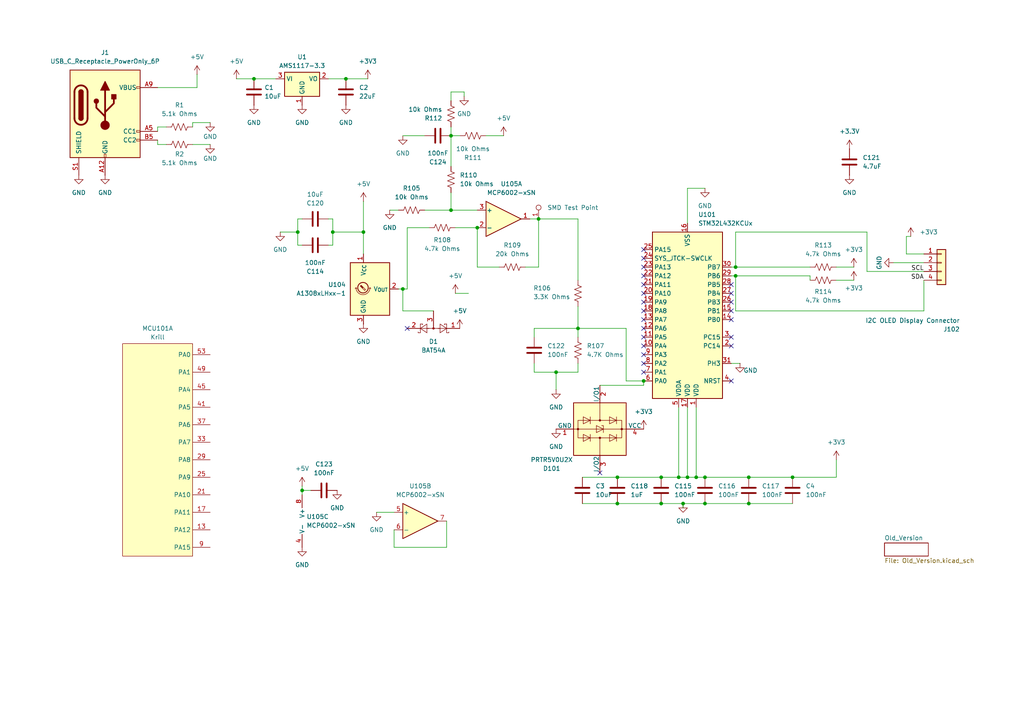
<source format=kicad_sch>
(kicad_sch (version 20250114) (generator "eeschema") (generator_version "9.0")
  (paper "A4")
  (lib_symbols
    (symbol "Amplifier_Operational:MCP6002-xSN" (pin_names (offset 0.127))
      (property "Reference" "U" (at 0 5.08 0))
      (property "Value" "MCP6002-xSN" (at 0 -5.08 0))
      (symbol "MCP6002-xSN_1_1"
        (polyline (pts (xy -5.08 5.08) (xy 5.08 0) (xy -5.08 -5.08) (xy -5.08 5.08)) (stroke (width 0.254)) (fill (type background)))
        (pin input line (at -7.62 2.54 0) (length 2.54) (name "+") (number "3"))
        (pin input line (at -7.62 -2.54 0) (length 2.54) (name "-") (number "2"))
        (pin output line (at 7.62 0 180) (length 2.54) (name "~") (number "1"))
      )
      (symbol "MCP6002-xSN_2_1"
        (polyline (pts (xy -5.08 5.08) (xy 5.08 0) (xy -5.08 -5.08) (xy -5.08 5.08)) (stroke (width 0.254)) (fill (type background)))
        (pin input line (at -7.62 2.54 0) (length 2.54) (name "+") (number "5"))
        (pin input line (at -7.62 -2.54 0) (length 2.54) (name "-") (number "6"))
        (pin output line (at 7.62 0 180) (length 2.54) (name "~") (number "7"))
      )
      (symbol "MCP6002-xSN_3_1"
        (pin power_in line (at -2.54 7.62 270) (length 3.81) (name "V+") (number "8"))
        (pin power_in line (at -2.54 -7.62 90) (length 3.81) (name "V-") (number "4"))
      )
    )
    (symbol "Connector:USB_C_Receptacle_PowerOnly_6P" (pin_names (offset 1.016))
      (property "Reference" "J" (at 0 16.51 0))
      (property "Value" "USB_C_Receptacle_PowerOnly_6P" (at 0 13.97 0))
      (symbol "USB_C_Receptacle_PowerOnly_6P_0_0"
        (rectangle (start -0.254 -12.7) (end 0.254 -11.684))
        (rectangle (start 10.16 7.874) (end 9.144 7.366))
        (rectangle (start 10.16 -4.826) (end 9.144 -5.334))
        (rectangle (start 10.16 -7.366) (end 9.144 -7.874))
      )
      (symbol "USB_C_Receptacle_PowerOnly_6P_0_1"
        (rectangle (start -10.16 12.7) (end 10.16 -12.7) (stroke (width 0.254)) (fill (type background)))
        (polyline (pts (xy -8.89 -1.27) (xy -8.89 6.35)) (stroke (width 0.508)))
        (rectangle (start -7.62 -1.27) (end -6.35 6.35) (stroke (width 0.254)) (fill (type outline)))
        (arc (start -7.62 6.35) (mid -6.985 6.9823) (end -6.35 6.35) (stroke (width 0.254)))
        (arc (start -7.62 6.35) (mid -6.985 6.9823) (end -6.35 6.35) (stroke (width 0.254)) (fill (type outline)))
        (arc (start -8.89 6.35) (mid -6.985 8.2467) (end -5.08 6.35) (stroke (width 0.508)))
        (arc (start -5.08 -1.27) (mid -6.985 -3.1667) (end -8.89 -1.27) (stroke (width 0.508)))
        (arc (start -6.35 -1.27) (mid -6.985 -1.9023) (end -7.62 -1.27) (stroke (width 0.254)))
        (arc (start -6.35 -1.27) (mid -6.985 -1.9023) (end -7.62 -1.27) (stroke (width 0.254)) (fill (type outline)))
        (polyline (pts (xy -5.08 6.35) (xy -5.08 -1.27)) (stroke (width 0.508)))
        (circle (center -2.54 3.683) (radius 0.635) (stroke (width 0.254)) (fill (type outline)))
        (polyline (pts (xy -1.27 6.858) (xy 0 9.398) (xy 1.27 6.858) (xy -1.27 6.858)) (stroke (width 0.254)) (fill (type outline)))
        (polyline (pts (xy 0 0.508) (xy 2.54 3.048) (xy 2.54 4.318)) (stroke (width 0.508)))
        (polyline (pts (xy 0 -0.762) (xy -2.54 1.778) (xy -2.54 3.048)) (stroke (width 0.508)))
        (polyline (pts (xy 0 -3.302) (xy 0 6.858)) (stroke (width 0.508)))
        (circle (center 0 -3.302) (radius 1.27) (fill (type outline)))
        (rectangle (start 1.905 4.318) (end 3.175 5.588) (stroke (width 0.254)) (fill (type outline)))
      )
      (symbol "USB_C_Receptacle_PowerOnly_6P_1_1"
        (pin passive line (at -7.62 -17.78 90) (length 5.08) (name "SHIELD") (number "S1"))
        (pin passive line (at 0 -17.78 90) (length 5.08) (name "GND") (number "A12"))
        (pin passive line (at 0 -17.78 90) (length 5.08) (hide yes) (name "GND") (number "B12"))
        (pin passive line (at 15.24 7.62 180) (length 5.08) (name "VBUS") (number "A9"))
        (pin passive line (at 15.24 7.62 180) (length 5.08) (hide yes) (name "VBUS") (number "B9"))
        (pin bidirectional line (at 15.24 -5.08 180) (length 5.08) (name "CC1") (number "A5"))
        (pin bidirectional line (at 15.24 -7.62 180) (length 5.08) (name "CC2") (number "B5"))
      )
    )
    (symbol "Connector_Generic:Conn_01x04" (pin_names (offset 1.016) (hide yes))
      (property "Reference" "J" (at 0 5.08 0))
      (property "Value" "Conn_01x04" (at 0 -7.62 0))
      (symbol "Conn_01x04_1_1"
        (rectangle (start -1.27 3.81) (end 1.27 -6.35) (stroke (width 0.254)) (fill (type background)))
        (rectangle (start -1.27 2.667) (end 0 2.413) (stroke (width 0.1524)))
        (rectangle (start -1.27 0.127) (end 0 -0.127) (stroke (width 0.1524)))
        (rectangle (start -1.27 -2.413) (end 0 -2.667) (stroke (width 0.1524)))
        (rectangle (start -1.27 -4.953) (end 0 -5.207) (stroke (width 0.1524)))
        (pin passive line (at -5.08 2.54 0) (length 3.81) (name "Pin_1") (number "1"))
        (pin passive line (at -5.08 0 0) (length 3.81) (name "Pin_2") (number "2"))
        (pin passive line (at -5.08 -2.54 0) (length 3.81) (name "Pin_3") (number "3"))
        (pin passive line (at -5.08 -5.08 0) (length 3.81) (name "Pin_4") (number "4"))
      )
    )
    (symbol "Device:C" (pin_numbers (hide yes)) (pin_names (offset 0.254))
      (property "Reference" "C" (at 0.635 2.54 0))
      (property "Value" "C" (at 0.635 -2.54 0))
      (symbol "C_0_1"
        (polyline (pts (xy -2.032 0.762) (xy 2.032 0.762)) (stroke (width 0.508)))
        (polyline (pts (xy -2.032 -0.762) (xy 2.032 -0.762)) (stroke (width 0.508)))
      )
      (symbol "C_1_1"
        (pin passive line (at 0 3.81 270) (length 2.794) (name "~") (number "1"))
        (pin passive line (at 0 -3.81 90) (length 2.794) (name "~") (number "2"))
      )
    )
    (symbol "Device:R_US" (pin_numbers (hide yes)) (pin_names (offset 0))
      (property "Reference" "R" (at 2.54 0 90))
      (property "Value" "R_US" (at -2.54 0 90))
      (symbol "R_US_0_1"
        (polyline (pts (xy 0 2.286) (xy 0 2.54)))
        (polyline (pts (xy 0 2.286) (xy 1.016 1.905) (xy 0 1.524) (xy -1.016 1.143) (xy 0 0.762)))
        (polyline (pts (xy 0 0.762) (xy 1.016 0.381) (xy 0 0) (xy -1.016 -0.381) (xy 0 -0.762)))
        (polyline (pts (xy 0 -0.762) (xy 1.016 -1.143) (xy 0 -1.524) (xy -1.016 -1.905) (xy 0 -2.286)))
        (polyline (pts (xy 0 -2.286) (xy 0 -2.54)))
      )
      (symbol "R_US_1_1"
        (pin passive line (at 0 3.81 270) (length 1.27) (name "~") (number "1"))
        (pin passive line (at 0 -3.81 90) (length 1.27) (name "~") (number "2"))
      )
    )
    (symbol "Diode:BAT54A" (pin_names (offset 1.016))
      (property "Reference" "D" (at 0.635 -3.81 0))
      (property "Value" "BAT54A" (at -6.35 3.175 0))
      (symbol "BAT54A_0_1"
        (polyline (pts (xy -4.445 1.27) (xy -4.445 1.016)))
        (polyline (pts (xy -3.81 1.27) (xy -4.445 1.27)))
        (polyline (pts (xy -3.81 0) (xy -1.27 0)))
        (polyline (pts (xy -3.81 -1.27) (xy -3.81 1.27)))
        (polyline (pts (xy -3.81 -1.27) (xy -3.175 -1.27)))
        (polyline (pts (xy -3.175 -1.27) (xy -3.175 -1.016)))
        (polyline (pts (xy -1.905 1.27) (xy -1.905 -1.27) (xy -3.81 0) (xy -1.905 1.27)))
        (polyline (pts (xy -1.905 0) (xy 1.905 0)))
        (circle (center 0 0) (radius 0.254) (fill (type outline)))
        (polyline (pts (xy 1.27 0) (xy 3.81 0)))
        (polyline (pts (xy 1.905 1.27) (xy 1.905 -1.27) (xy 3.81 0) (xy 1.905 1.27)))
        (polyline (pts (xy 3.175 -1.27) (xy 3.175 -1.016)))
        (polyline (pts (xy 3.81 1.27) (xy 4.445 1.27)))
        (polyline (pts (xy 3.81 -1.27) (xy 3.175 -1.27)))
        (polyline (pts (xy 3.81 -1.27) (xy 3.81 1.27)))
        (polyline (pts (xy 4.445 1.27) (xy 4.445 1.016)))
      )
      (symbol "BAT54A_1_1"
        (pin passive line (at -7.62 0 0) (length 3.81) (name "~") (number "1"))
        (pin passive line (at 0 -5.08 90) (length 5.08) (name "~") (number "3"))
        (pin passive line (at 7.62 0 180) (length 3.81) (name "~") (number "2"))
      )
    )
    (symbol "MCU_ST_STM32L4:STM32L432KCUx"
      (property "Reference" "U" (at -10.16 26.67 0))
      (property "Value" "STM32L432KCUx" (at 5.08 26.67 0))
      (symbol "STM32L432KCUx_0_1"
        (rectangle (start -10.16 -22.86) (end 10.16 25.4) (stroke (width 0.254)) (fill (type background)))
      )
      (symbol "STM32L432KCUx_1_1"
        (pin input line (at -12.7 20.32 0) (length 2.54) (name "NRST") (number "4"))
        (pin bidirectional line (at -12.7 15.24 0) (length 2.54) (name "PH3") (number "31"))
        (pin bidirectional line (at -12.7 10.16 0) (length 2.54) (name "PC14") (number "2"))
        (pin bidirectional line (at -12.7 7.62 0) (length 2.54) (name "PC15") (number "3"))
        (pin bidirectional line (at -12.7 2.54 0) (length 2.54) (name "PB0") (number "14"))
        (pin bidirectional line (at -12.7 0 0) (length 2.54) (name "PB1") (number "15"))
        (pin bidirectional line (at -12.7 -2.54 0) (length 2.54) (name "PB3") (number "26"))
        (pin bidirectional line (at -12.7 -5.08 0) (length 2.54) (name "PB4") (number "27"))
        (pin bidirectional line (at -12.7 -7.62 0) (length 2.54) (name "PB5") (number "28"))
        (pin bidirectional line (at -12.7 -10.16 0) (length 2.54) (name "PB6") (number "29"))
        (pin bidirectional line (at -12.7 -12.7 0) (length 2.54) (name "PB7") (number "30"))
        (pin power_in line (at -2.54 27.94 270) (length 2.54) (name "VDD") (number "1"))
        (pin power_in line (at 0 27.94 270) (length 2.54) (name "VDD") (number "17"))
        (pin power_in line (at 0 -25.4 90) (length 2.54) (name "VSS") (number "16"))
        (pin passive line (at 0 -25.4 90) (length 2.54) (hide yes) (name "VSS") (number "32"))
        (pin passive line (at 0 -25.4 90) (length 2.54) (hide yes) (name "VSS") (number "33"))
        (pin power_in line (at 2.54 27.94 270) (length 2.54) (name "VDDA") (number "5"))
        (pin bidirectional line (at 12.7 20.32 180) (length 2.54) (name "PA0") (number "6"))
        (pin bidirectional line (at 12.7 17.78 180) (length 2.54) (name "PA1") (number "7"))
        (pin bidirectional line (at 12.7 15.24 180) (length 2.54) (name "PA2") (number "8"))
        (pin bidirectional line (at 12.7 12.7 180) (length 2.54) (name "PA3") (number "9"))
        (pin bidirectional line (at 12.7 10.16 180) (length 2.54) (name "PA4") (number "10"))
        (pin bidirectional line (at 12.7 7.62 180) (length 2.54) (name "PA5") (number "11"))
        (pin bidirectional line (at 12.7 5.08 180) (length 2.54) (name "PA6") (number "12"))
        (pin bidirectional line (at 12.7 2.54 180) (length 2.54) (name "PA7") (number "13"))
        (pin bidirectional line (at 12.7 0 180) (length 2.54) (name "PA8") (number "18"))
        (pin bidirectional line (at 12.7 -2.54 180) (length 2.54) (name "PA9") (number "19"))
        (pin bidirectional line (at 12.7 -5.08 180) (length 2.54) (name "PA10") (number "20"))
        (pin bidirectional line (at 12.7 -7.62 180) (length 2.54) (name "PA11") (number "21"))
        (pin bidirectional line (at 12.7 -10.16 180) (length 2.54) (name "PA12") (number "22"))
        (pin bidirectional line (at 12.7 -12.7 180) (length 2.54) (name "PA13") (number "23"))
        (pin bidirectional line (at 12.7 -15.24 180) (length 2.54) (name "PA14") (number "24") (alternate "SYS_JTCK-SWCLK" bidirectional line))
        (pin bidirectional line (at 12.7 -17.78 180) (length 2.54) (name "PA15") (number "25"))
      )
    )
    (symbol "Power_Protection:PRTR5V0U2X" (pin_names (offset 0))
      (property "Reference" "D" (at 2.794 8.636 0))
      (property "Value" "PRTR5V0U2X" (at 8.128 -9.398 0))
      (symbol "PRTR5V0U2X_0_1"
        (rectangle (start -7.62 -7.62) (end 7.62 7.62) (stroke (width 0.254)) (fill (type background)))
        (polyline (pts (xy -3.556 2.794) (xy -1.524 2.794) (xy -2.54 4.826) (xy -3.556 2.794)))
        (polyline (pts (xy -3.556 -4.826) (xy -1.524 -4.826) (xy -2.54 -2.794) (xy -3.556 -4.826)))
        (rectangle (start -2.54 6.35) (end 2.54 -6.35))
        (circle (center -2.54 0) (radius 0.254) (fill (type outline)))
        (polyline (pts (xy -2.54 0) (xy -7.62 0)))
        (polyline (pts (xy -1.524 4.826) (xy -3.556 4.826)))
        (polyline (pts (xy -1.524 -2.794) (xy -3.556 -2.794)))
        (polyline (pts (xy -1.016 -1.016) (xy 1.016 -1.016) (xy 0 1.016) (xy -1.016 -1.016)))
        (circle (center 0 6.35) (radius 0.254) (fill (type outline)))
        (circle (center 0 -6.35) (radius 0.254) (fill (type outline)))
        (polyline (pts (xy 0 -7.62) (xy 0 7.62)))
        (polyline (pts (xy 1.016 1.016) (xy -1.016 1.016) (xy -1.016 0.508)))
        (polyline (pts (xy 1.524 4.826) (xy 3.556 4.826)))
        (polyline (pts (xy 1.524 -2.794) (xy 3.556 -2.794)))
        (polyline (pts (xy 2.54 0) (xy 7.62 0)))
        (circle (center 2.54 0) (radius 0.254) (fill (type outline)))
        (polyline (pts (xy 3.556 2.794) (xy 1.524 2.794) (xy 2.54 4.826) (xy 3.556 2.794)))
        (polyline (pts (xy 3.556 -4.826) (xy 1.524 -4.826) (xy 2.54 -2.794) (xy 3.556 -4.826)))
      )
      (symbol "PRTR5V0U2X_1_1"
        (pin passive line (at -12.7 0 0) (length 5.08) (name "I/O1") (number "2"))
        (pin passive line (at 0 12.7 270) (length 5.08) (name "VCC") (number "4"))
        (pin passive line (at 0 -12.7 90) (length 5.08) (name "GND") (number "1"))
        (pin passive line (at 12.7 0 180) (length 5.08) (name "I/O2") (number "3"))
      )
    )
    (symbol "Regulator_Linear:AMS1117-3.3"
      (property "Reference" "U" (at -3.81 3.175 0))
      (property "Value" "AMS1117-3.3" (at 0 3.175 0))
      (symbol "AMS1117-3.3_0_1"
        (rectangle (start -5.08 -5.08) (end 5.08 1.905) (stroke (width 0.254)) (fill (type background)))
      )
      (symbol "AMS1117-3.3_1_1"
        (pin power_in line (at -7.62 0 0) (length 2.54) (name "VI") (number "3"))
        (pin power_in line (at 0 -7.62 90) (length 2.54) (name "GND") (number "1"))
        (pin power_out line (at 7.62 0 180) (length 2.54) (name "VO") (number "2"))
      )
    )
    (symbol "Sensor_Magnetic:A1308xLHxx-1"
      (property "Reference" "U" (at 0 11.43 0))
      (property "Value" "A1308xLHxx-1" (at 0 8.89 0))
      (symbol "A1308xLHxx-1_0_1"
        (rectangle (start -6.35 7.62) (end 5.08 -7.62) (stroke (width 0.254)) (fill (type background)))
        (polyline (pts (xy -4.699 0.381) (xy -4.953 0.127)))
        (polyline (pts (xy -4.699 0.381) (xy -4.445 0.127)))
        (polyline (pts (xy -3.4544 0.8382) (xy -2.8702 0.254) (xy -2.6162 0.508) (xy -3.2004 1.0922) (xy -3.4544 0.8382)) (fill (type outline)))
        (arc (start -0.635 0.381) (mid -2.667 -1.651) (end -4.699 0.381))
        (polyline (pts (xy -0.635 0.381) (xy -0.889 0.127)))
        (polyline (pts (xy -0.635 0.381) (xy -0.381 0.127)))
      )
      (symbol "A1308xLHxx-1_1_1"
        (circle (center -2.667 0.381) (radius 1.524) (stroke (width 0.254)))
        (polyline (pts (xy -2.6162 0.508) (xy -1.9304 -0.1778) (xy -2.1844 -0.4318) (xy -2.8702 0.254)))
        (pin power_in line (at -2.54 10.16 270) (length 2.54) (name "V_{CC}") (number "1"))
        (pin power_in line (at -2.54 -10.16 90) (length 2.54) (name "GND") (number "3"))
        (pin output line (at 7.62 0 180) (length 2.54) (name "V_{OUT}") (number "2"))
      )
    )
    (symbol "bfr_microcontrollers:Krill"
      (property "Reference" "MCU" (at 0 20.32 0))
      (property "Value" "Krill" (at 0 17.78 0))
      (symbol "Krill_1_1"
        (rectangle (start -10.16 15.875) (end 10.16 -45.72) (fill (type background)))
        (pin bidirectional line (at 15.24 12.7 180) (length 5.08) (name "PA0") (number "53"))
        (pin bidirectional line (at 15.24 7.62 180) (length 5.08) (name "PA1") (number "49"))
        (pin bidirectional line (at 15.24 2.54 180) (length 5.08) (name "PA4") (number "45"))
        (pin bidirectional line (at 15.24 -2.54 180) (length 5.08) (name "PA5") (number "41"))
        (pin bidirectional line (at 15.24 -7.62 180) (length 5.08) (name "PA6") (number "37"))
        (pin bidirectional line (at 15.24 -12.7 180) (length 5.08) (name "PA7") (number "33"))
        (pin bidirectional line (at 15.24 -17.78 180) (length 5.08) (name "PA8") (number "29"))
        (pin bidirectional line (at 15.24 -22.86 180) (length 5.08) (name "PA9") (number "25"))
        (pin bidirectional line (at 15.24 -27.94 180) (length 5.08) (name "PA10") (number "21"))
        (pin bidirectional line (at 15.24 -33.02 180) (length 5.08) (name "PA11") (number "17"))
        (pin bidirectional line (at 15.24 -38.1 180) (length 5.08) (name "PA12") (number "13"))
        (pin bidirectional line (at 15.24 -43.18 180) (length 5.08) (name "PA15") (number "9"))
      )
      (symbol "Krill_2_1"
        (rectangle (start -11.43 15.875) (end 11.43 -45.72) (fill (type background)))
        (pin bidirectional line (at 16.51 12.7 180) (length 5.08) (name "PB0") (number "52"))
        (pin bidirectional line (at 16.51 7.62 180) (length 5.08) (name "PB1") (number "48"))
        (pin bidirectional line (at 16.51 2.54 180) (length 5.08) (name "PB2") (number "44"))
        (pin bidirectional line (at 16.51 -2.54 180) (length 5.08) (name "PB5") (number "8"))
        (pin bidirectional line (at 16.51 -7.62 180) (length 5.08) (name "PB6") (number "12"))
        (pin bidirectional line (at 16.51 -12.7 180) (length 5.08) (name "PB7") (number "16"))
        (pin bidirectional line (at 16.51 -17.78 180) (length 5.08) (name "PB10") (number "40"))
        (pin bidirectional line (at 16.51 -22.86 180) (length 5.08) (name "PB11") (number "36"))
        (pin bidirectional line (at 16.51 -27.94 180) (length 5.08) (name "PB12") (number "32"))
        (pin bidirectional line (at 16.51 -33.02 180) (length 5.08) (name "PB13") (number "28"))
        (pin bidirectional line (at 16.51 -38.1 180) (length 5.08) (name "PB14") (number "24"))
        (pin bidirectional line (at 16.51 -43.18 180) (length 5.08) (name "PB15") (number "20"))
      )
      (symbol "Krill_3_0"
        (pin bidirectional line (at 19.05 1.27 180) (length 5.08) (hide yes) (name "GND") (number "10"))
        (pin bidirectional line (at 19.05 1.27 180) (length 5.08) (hide yes) (name "GND") (number "11"))
        (pin bidirectional line (at 19.05 1.27 180) (length 5.08) (hide yes) (name "GND") (number "14"))
        (pin bidirectional line (at 19.05 1.27 180) (length 5.08) (hide yes) (name "GND") (number "15"))
        (pin bidirectional line (at 19.05 1.27 180) (length 5.08) (hide yes) (name "GND") (number "18"))
        (pin bidirectional line (at 19.05 1.27 180) (length 5.08) (hide yes) (name "GND") (number "19"))
        (pin bidirectional line (at 19.05 1.27 180) (length 5.08) (hide yes) (name "GND") (number "22"))
        (pin bidirectional line (at 19.05 1.27 180) (length 5.08) (hide yes) (name "GND") (number "23"))
        (pin bidirectional line (at 19.05 1.27 180) (length 5.08) (hide yes) (name "GND") (number "26"))
        (pin bidirectional line (at 19.05 1.27 180) (length 5.08) (hide yes) (name "GND") (number "27"))
        (pin bidirectional line (at 19.05 1.27 180) (length 5.08) (hide yes) (name "GND") (number "30"))
        (pin bidirectional line (at 19.05 1.27 180) (length 5.08) (hide yes) (name "GND") (number "31"))
        (pin bidirectional line (at 19.05 1.27 180) (length 5.08) (hide yes) (name "GND") (number "34"))
        (pin bidirectional line (at 19.05 1.27 180) (length 5.08) (hide yes) (name "GND") (number "35"))
        (pin bidirectional line (at 19.05 1.27 180) (length 5.08) (hide yes) (name "GND") (number "38"))
        (pin bidirectional line (at 19.05 1.27 180) (length 5.08) (hide yes) (name "GND") (number "39"))
        (pin bidirectional line (at 19.05 1.27 180) (length 5.08) (hide yes) (name "GND") (number "4"))
        (pin bidirectional line (at 19.05 1.27 180) (length 5.08) (hide yes) (name "GND") (number "42"))
        (pin bidirectional line (at 19.05 1.27 180) (length 5.08) (hide yes) (name "GND") (number "43"))
        (pin bidirectional line (at 19.05 1.27 180) (length 5.08) (hide yes) (name "GND") (number "46"))
        (pin bidirectional line (at 19.05 1.27 180) (length 5.08) (hide yes) (name "GND") (number "47"))
        (pin bidirectional line (at 19.05 1.27 180) (length 5.08) (hide yes) (name "GND") (number "5"))
        (pin bidirectional line (at 19.05 1.27 180) (length 5.08) (hide yes) (name "GND") (number "50"))
        (pin bidirectional line (at 19.05 1.27 180) (length 5.08) (hide yes) (name "GND") (number "51"))
        (pin bidirectional line (at 19.05 1.27 180) (length 5.08) (hide yes) (name "GND") (number "54"))
        (pin bidirectional line (at 19.05 1.27 180) (length 5.08) (hide yes) (name "GND") (number "55"))
        (pin bidirectional line (at 19.05 1.27 180) (length 5.08) (hide yes) (name "GND") (number "57"))
        (pin bidirectional line (at 19.05 1.27 180) (length 5.08) (hide yes) (name "GND") (number "6"))
        (pin bidirectional line (at 19.05 1.27 180) (length 5.08) (hide yes) (name "GND") (number "7"))
        (pin bidirectional line (at 19.05 1.27 180) (length 5.08) (hide yes) (name "GND") (number "73"))
        (pin bidirectional line (at 19.05 1.27 180) (length 5.08) (hide yes) (name "GND") (number "75"))
      )
      (symbol "Krill_3_1"
        (rectangle (start -13.97 15.875) (end 13.97 -15.875) (fill (type background)))
        (pin input line (at -19.05 11.43 0) (length 5.08) (name "3V3A") (number "70"))
        (pin input line (at -19.05 11.43 0) (length 5.08) (hide yes) (name "3V3A") (number "72"))
        (pin input line (at -19.05 11.43 0) (length 5.08) (hide yes) (name "3V3A") (number "74"))
        (pin input line (at -19.05 1.27 0) (length 5.08) (name "VBATT") (number "68"))
        (pin input line (at -19.05 -7.62 0) (length 5.08) (name "STLINK_CAN+") (number "56"))
        (pin input line (at -19.05 -12.7 0) (length 5.08) (name "STLINK_CAN-") (number "58"))
        (pin input line (at 19.05 11.43 180) (length 5.08) (name "5V") (number "67"))
        (pin input line (at 19.05 11.43 180) (length 5.08) (hide yes) (name "5V") (number "69"))
        (pin input line (at 19.05 11.43 180) (length 5.08) (hide yes) (name "5V") (number "71"))
        (pin bidirectional line (at 19.05 1.27 180) (length 5.08) (name "GND") (number "2"))
        (pin input line (at 19.05 -7.62 180) (length 5.08) (name "MCU_CAN+") (number "1"))
        (pin input line (at 19.05 -12.7 180) (length 5.08) (name "MCU_CAN-") (number "3"))
      )
    )
    (symbol "bfr_utilities:SMD_Test_Point"
      (property "Value" "SMD Test Point" (at 0.508 2.54 0))
      (symbol "SMD_Test_Point_0_1"
        (circle (center 0 0.762) (radius 0.7184))
      )
      (symbol "SMD_Test_Point_1_1"
        (pin passive line (at 0 -2.54 90) (length 2.54) (name "") (number "1"))
      )
    )
    (symbol "power:+3.3V" (power) (pin_numbers (hide yes)) (pin_names (offset 0) (hide yes))
      (property "Value" "+3.3V" (at 0 3.556 0))
      (symbol "+3.3V_0_1"
        (polyline (pts (xy -0.762 1.27) (xy 0 2.54)))
        (polyline (pts (xy 0 2.54) (xy 0.762 1.27)))
        (polyline (pts (xy 0 0) (xy 0 2.54)))
      )
      (symbol "+3.3V_1_1"
        (pin power_in line (at 0 0 90) (length 0) (name "~") (number "1"))
      )
    )
    (symbol "power:+3V3" (power) (pin_numbers (hide yes)) (pin_names (offset 0) (hide yes))
      (property "Value" "+3V3" (at 0 3.556 0))
      (symbol "+3V3_0_1"
        (polyline (pts (xy -0.762 1.27) (xy 0 2.54)))
        (polyline (pts (xy 0 2.54) (xy 0.762 1.27)))
        (polyline (pts (xy 0 0) (xy 0 2.54)))
      )
      (symbol "+3V3_1_1"
        (pin power_in line (at 0 0 90) (length 0) (name "~") (number "1"))
      )
    )
    (symbol "power:+5V" (power) (pin_numbers (hide yes)) (pin_names (offset 0) (hide yes))
      (property "Value" "+5V" (at 0 3.556 0))
      (symbol "+5V_0_1"
        (polyline (pts (xy -0.762 1.27) (xy 0 2.54)))
        (polyline (pts (xy 0 2.54) (xy 0.762 1.27)))
        (polyline (pts (xy 0 0) (xy 0 2.54)))
      )
      (symbol "+5V_1_1"
        (pin power_in line (at 0 0 90) (length 0) (name "~") (number "1"))
      )
    )
    (symbol "power:GND" (power) (pin_numbers (hide yes)) (pin_names (offset 0) (hide yes))
      (property "Value" "GND" (at 0 -3.81 0))
      (symbol "GND_0_1"
        (polyline (pts (xy 0 0) (xy 0 -1.27) (xy 1.27 -1.27) (xy 0 -2.54) (xy -1.27 -1.27) (xy 0 -1.27)))
      )
      (symbol "GND_1_1"
        (pin power_in line (at 0 0 270) (length 0) (name "~") (number "1"))
      )
    )
  )
  (junction (at 217.17 146.05))
  (junction (at 161.29 107.95))
  (junction (at 86.36 67.31))
  (junction (at 213.36 80.01))
  (junction (at 191.77 146.05))
  (junction (at 73.66 22.86))
  (junction (at 96.52 67.31))
  (junction (at 201.93 138.43))
  (junction (at 130.81 60.96))
  (junction (at 196.85 138.43))
  (junction (at 105.41 67.31))
  (junction (at 191.77 138.43))
  (junction (at 198.12 146.05))
  (junction (at 204.47 138.43))
  (junction (at 116.84 83.82))
  (junction (at 229.87 138.43))
  (junction (at 213.36 77.47))
  (junction (at 186.69 110.49))
  (junction (at 217.17 138.43))
  (junction (at 156.21 63.5))
  (junction (at 204.47 146.05))
  (junction (at 199.39 138.43))
  (junction (at 130.81 39.37))
  (junction (at 87.63 142.24))
  (junction (at 138.43 66.04))
  (junction (at 179.07 138.43))
  (junction (at 100.33 22.86))
  (junction (at 179.07 146.05))
  (junction (at 167.64 95.25))
  (no_connect (at 186.69 90.17))
  (no_connect (at 186.69 80.01))
  (no_connect (at 212.09 90.17))
  (no_connect (at 212.09 100.33))
  (no_connect (at 186.69 82.55))
  (no_connect (at 173.99 137.16))
  (no_connect (at 186.69 97.79))
  (no_connect (at 186.69 87.63))
  (no_connect (at 186.69 77.47))
  (no_connect (at 186.69 85.09))
  (no_connect (at 186.69 107.95))
  (no_connect (at 186.69 100.33))
  (no_connect (at 186.69 74.93))
  (no_connect (at 186.69 105.41))
  (no_connect (at 186.69 102.87))
  (no_connect (at 212.09 97.79))
  (no_connect (at 212.09 110.49))
  (no_connect (at 118.11 95.25))
  (no_connect (at 212.09 87.63))
  (no_connect (at 186.69 95.25))
  (no_connect (at 186.69 92.71))
  (no_connect (at 212.09 92.71))
  (no_connect (at 212.09 82.55))
  (no_connect (at 186.69 72.39))
  (no_connect (at 212.09 85.09))
  (wire (pts (xy 217.17 146.05) (xy 229.87 146.05)))
  (wire (pts (xy 173.99 111.76) (xy 186.69 111.76)))
  (wire (pts (xy 123.19 39.37) (xy 116.84 39.37)))
  (wire (pts (xy 156.21 63.5) (xy 167.64 63.5)))
  (wire (pts (xy 130.81 55.88) (xy 130.81 60.96)))
  (wire (pts (xy 262.89 68.58) (xy 264.16 68.58)))
  (wire (pts (xy 118.11 83.82) (xy 118.11 66.04)))
  (wire (pts (xy 167.64 88.9) (xy 167.64 95.25)))
  (wire (pts (xy 96.52 63.5) (xy 95.25 63.5)))
  (wire (pts (xy 161.29 107.95) (xy 161.29 113.03)))
  (wire (pts (xy 154.94 107.95) (xy 161.29 107.95)))
  (wire (pts (xy 251.46 78.74) (xy 267.97 78.74)))
  (wire (pts (xy 153.67 63.5) (xy 156.21 63.5)))
  (wire (pts (xy 105.41 67.31) (xy 105.41 73.66)))
  (wire (pts (xy 181.61 110.49) (xy 186.69 110.49)))
  (wire (pts (xy 262.89 68.58) (xy 262.89 73.66)))
  (wire (pts (xy 251.46 67.31) (xy 251.46 78.74)))
  (wire (pts (xy 87.63 142.24) (xy 90.17 142.24)))
  (wire (pts (xy 138.43 77.47) (xy 144.78 77.47)))
  (wire (pts (xy 45.72 36.83) (xy 48.26 36.83)))
  (wire (pts (xy 138.43 66.04) (xy 138.43 77.47)))
  (wire (pts (xy 123.19 60.96) (xy 130.81 60.96)))
  (wire (pts (xy 45.72 41.91) (xy 48.26 41.91)))
  (wire (pts (xy 199.39 54.61) (xy 204.47 54.61)))
  (wire (pts (xy 156.21 77.47) (xy 156.21 63.5)))
  (wire (pts (xy 114.3 158.75) (xy 129.54 158.75)))
  (wire (pts (xy 73.66 22.86) (xy 80.01 22.86)))
  (wire (pts (xy 86.36 63.5) (xy 86.36 67.31)))
  (wire (pts (xy 198.12 146.05) (xy 204.47 146.05)))
  (wire (pts (xy 129.54 158.75) (xy 129.54 151.13)))
  (wire (pts (xy 213.36 80.01) (xy 213.36 90.17)))
  (wire (pts (xy 96.52 67.31) (xy 96.52 71.12)))
  (wire (pts (xy 134.62 26.67) (xy 130.81 26.67)))
  (wire (pts (xy 105.41 58.42) (xy 105.41 67.31)))
  (wire (pts (xy 116.84 83.82) (xy 118.11 83.82)))
  (wire (pts (xy 115.57 83.82) (xy 116.84 83.82)))
  (wire (pts (xy 179.07 146.05) (xy 191.77 146.05)))
  (wire (pts (xy 167.64 95.25) (xy 181.61 95.25)))
  (wire (pts (xy 81.28 67.31) (xy 86.36 67.31)))
  (wire (pts (xy 152.4 77.47) (xy 156.21 77.47)))
  (wire (pts (xy 181.61 95.25) (xy 181.61 110.49)))
  (wire (pts (xy 130.81 26.67) (xy 130.81 29.21)))
  (wire (pts (xy 242.57 138.43) (xy 242.57 133.35)))
  (wire (pts (xy 191.77 138.43) (xy 179.07 138.43)))
  (wire (pts (xy 154.94 95.25) (xy 154.94 97.79)))
  (wire (pts (xy 118.11 66.04) (xy 124.46 66.04)))
  (wire (pts (xy 130.81 36.83) (xy 130.81 39.37)))
  (wire (pts (xy 167.64 63.5) (xy 167.64 81.28)))
  (wire (pts (xy 87.63 63.5) (xy 86.36 63.5)))
  (wire (pts (xy 154.94 107.95) (xy 154.94 105.41)))
  (wire (pts (xy 130.81 39.37) (xy 130.81 48.26)))
  (wire (pts (xy 161.29 107.95) (xy 167.64 107.95)))
  (wire (pts (xy 57.15 25.4) (xy 45.72 25.4)))
  (wire (pts (xy 213.36 67.31) (xy 213.36 77.47)))
  (wire (pts (xy 45.72 38.1) (xy 45.72 36.83)))
  (wire (pts (xy 96.52 63.5) (xy 96.52 67.31)))
  (wire (pts (xy 167.64 97.79) (xy 167.64 95.25)))
  (wire (pts (xy 146.05 39.37) (xy 140.97 39.37)))
  (wire (pts (xy 130.81 60.96) (xy 138.43 60.96)))
  (wire (pts (xy 199.39 64.77) (xy 199.39 54.61)))
  (wire (pts (xy 87.63 142.24) (xy 87.63 143.51)))
  (wire (pts (xy 55.88 41.91) (xy 60.96 41.91)))
  (wire (pts (xy 251.46 67.31) (xy 213.36 67.31)))
  (wire (pts (xy 134.62 27.94) (xy 134.62 26.67)))
  (wire (pts (xy 204.47 146.05) (xy 217.17 146.05)))
  (wire (pts (xy 86.36 71.12) (xy 87.63 71.12)))
  (wire (pts (xy 186.69 111.76) (xy 186.69 110.49)))
  (wire (pts (xy 168.91 138.43) (xy 179.07 138.43)))
  (wire (pts (xy 135.89 85.09) (xy 132.08 85.09)))
  (wire (pts (xy 167.64 107.95) (xy 167.64 105.41)))
  (wire (pts (xy 154.94 95.25) (xy 167.64 95.25)))
  (wire (pts (xy 96.52 71.12) (xy 95.25 71.12)))
  (wire (pts (xy 100.33 22.86) (xy 106.68 22.86)))
  (wire (pts (xy 213.36 77.47) (xy 234.95 77.47)))
  (wire (pts (xy 113.03 60.96) (xy 115.57 60.96)))
  (wire (pts (xy 68.58 22.86) (xy 73.66 22.86)))
  (wire (pts (xy 87.63 140.97) (xy 87.63 142.24)))
  (wire (pts (xy 57.15 21.59) (xy 57.15 25.4)))
  (wire (pts (xy 95.25 22.86) (xy 100.33 22.86)))
  (wire (pts (xy 86.36 67.31) (xy 86.36 71.12)))
  (wire (pts (xy 217.17 138.43) (xy 229.87 138.43)))
  (wire (pts (xy 132.08 66.04) (xy 138.43 66.04)))
  (wire (pts (xy 259.08 76.2) (xy 267.97 76.2)))
  (wire (pts (xy 168.91 146.05) (xy 179.07 146.05)))
  (wire (pts (xy 55.88 35.56) (xy 60.96 35.56)))
  (wire (pts (xy 191.77 146.05) (xy 198.12 146.05)))
  (wire (pts (xy 45.72 40.64) (xy 45.72 41.91)))
  (wire (pts (xy 55.88 36.83) (xy 55.88 35.56)))
  (wire (pts (xy 199.39 138.43) (xy 201.93 138.43)))
  (wire (pts (xy 212.09 105.41) (xy 214.63 105.41)))
  (wire (pts (xy 204.47 138.43) (xy 217.17 138.43)))
  (wire (pts (xy 199.39 118.11) (xy 199.39 138.43)))
  (wire (pts (xy 96.52 67.31) (xy 105.41 67.31)))
  (wire (pts (xy 262.89 73.66) (xy 267.97 73.66)))
  (wire (pts (xy 242.57 77.47) (xy 247.65 77.47)))
  (wire (pts (xy 116.84 90.17) (xy 125.73 90.17)))
  (wire (pts (xy 213.36 80.01) (xy 234.95 80.01)))
  (wire (pts (xy 109.22 148.59) (xy 114.3 148.59)))
  (wire (pts (xy 242.57 81.28) (xy 247.65 81.28)))
  (wire (pts (xy 114.3 153.67) (xy 114.3 158.75)))
  (wire (pts (xy 201.93 138.43) (xy 204.47 138.43)))
  (wire (pts (xy 229.87 138.43) (xy 242.57 138.43)))
  (wire (pts (xy 116.84 83.82) (xy 116.84 90.17)))
  (wire (pts (xy 196.85 138.43) (xy 199.39 138.43)))
  (wire (pts (xy 267.97 81.28) (xy 267.97 90.17)))
  (wire (pts (xy 212.09 80.01) (xy 213.36 80.01)))
  (wire (pts (xy 213.36 90.17) (xy 267.97 90.17)))
  (wire (pts (xy 196.85 138.43) (xy 191.77 138.43)))
  (wire (pts (xy 196.85 118.11) (xy 196.85 138.43)))
  (wire (pts (xy 212.09 77.47) (xy 213.36 77.47)))
  (wire (pts (xy 130.81 39.37) (xy 133.35 39.37)))
  (wire (pts (xy 198.12 147.32) (xy 198.12 146.05)))
  (wire (pts (xy 234.95 80.01) (xy 234.95 81.28)))
  (wire (pts (xy 201.93 118.11) (xy 201.93 138.43)))
  (label "SDA" (at 267.97 81.28 180))
  (label "SCL" (at 267.97 78.74 180))
  (symbol (lib_id "power:+5V") (at 132.08 85.09 0) (unit 1)
    (property "Reference" "#PWR0125" (effects (hide yes)))
    (property "Value" "+5V" (at 132.08 80.01 0))
    (property "Description" "Power symbol creates a global label with name \"+5V\"" (effects (hide yes)))
  )
  (symbol (lib_id "power:GND") (at 81.28 67.31 0) (unit 1)
    (property "Reference" "#PWR0119" (effects (hide yes)))
    (property "Value" "GND" (at 81.28 72.39 0))
    (property "Description" "Power symbol creates a global label with name \"GND\" , ground" (effects (hide yes)))
  )
  (symbol (lib_id "Device:C") (at 168.91 142.24 0) (unit 1)
    (property "Reference" "C3" (at 172.72 140.9699 0) (effects (justify left)))
    (property "Value" "10uF" (at 172.72 143.5099 0) (effects (justify left)))
    (property "Description" "Unpolarized capacitor" (effects (hide yes)))
  )
  (symbol (lib_id "Diode:BAT54A") (at 125.73 95.25 180) (unit 1)
    (property "Reference" "D1" (at 125.73 99.06 0))
    (property "Value" "BAT54A" (at 125.73 101.6 0))
    (property "Footprint" "Package_TO_SOT_SMD:SOT-23" (effects (hide yes)))
    (property "Datasheet" "http://www.diodes.com/_files/datasheets/ds11005.pdf" (effects (hide yes)))
    (property "Description" "schottky barrier diode" (effects (hide yes)))
  )
  (symbol (lib_id "Device:C") (at 93.98 142.24 90) (unit 1)
    (property "Reference" "C123" (at 93.98 134.62 90))
    (property "Value" "100nF" (at 93.98 137.16 90))
    (property "Description" "Unpolarized capacitor" (effects (hide yes)))
  )
  (symbol (lib_id "Device:R_US") (at 130.81 52.07 0) (unit 1)
    (property "Reference" "R110" (at 133.35 50.7999 0) (effects (justify left)))
    (property "Value" "10k Ohms" (at 133.35 53.3399 0) (effects (justify left)))
    (property "Description" "Resistor, US symbol" (effects (hide yes)))
  )
  (symbol (lib_id "power:GND") (at 30.48 50.8 0) (unit 1)
    (property "Reference" "#PWR01" (effects (hide yes)))
    (property "Value" "GND" (at 30.48 55.88 0))
    (property "Description" "Power symbol creates a global label with name \"GND\" , ground" (effects (hide yes)))
  )
  (symbol (lib_id "power:+5V") (at 57.15 21.59 0) (unit 1)
    (property "Reference" "#PWR05" (effects (hide yes)))
    (property "Value" "+5V" (at 57.15 16.51 0))
    (property "Description" "Power symbol creates a global label with name \"+5V\"" (effects (hide yes)))
  )
  (symbol (lib_id "Power_Protection:PRTR5V0U2X") (at 173.99 124.46 270) (unit 1)
    (property "Reference" "D101" (at 160.02 135.89 90))
    (property "Value" "PRTR5V0U2X" (at 160.02 133.35 90))
    (property "Footprint" "Package_TO_SOT_SMD:SOT-143" (effects (hide yes)))
    (property "Datasheet" "https://assets.nexperia.com/documents/data-sheet/PRTR5V0U2X.pdf" (effects (hide yes)))
    (property "Description" "Ultra low capacitance double rail-to-rail ESD protection diode, SOT-143" (effects (hide yes)))
  )
  (symbol (lib_id "Regulator_Linear:AMS1117-3.3") (at 87.63 22.86 0) (unit 1)
    (property "Reference" "U1" (at 87.63 16.51 0))
    (property "Value" "AMS1117-3.3" (at 87.63 19.05 0))
    (property "Footprint" "Package_TO_SOT_SMD:SOT-223-3_TabPin2" (effects (hide yes)))
    (property "Datasheet" "https://datasheet.lcsc.com/lcsc/2110121330_YONGYUTAI-AMS1117-3-3_C2904742.pdf" (effects (hide yes)))
    (property "Description" "1A Low Dropout regulator, positive, 3.3V fixed output, SOT-223" (effects (hide yes)))
  )
  (symbol (lib_id "power:GND") (at 109.22 148.59 0) (unit 1)
    (property "Reference" "#PWR0131" (effects (hide yes)))
    (property "Value" "GND" (at 109.22 153.67 0))
    (property "Description" "Power symbol creates a global label with name \"GND\" , ground" (effects (hide yes)))
  )
  (symbol (lib_id "power:GND") (at 198.12 146.05 0) (unit 1)
    (property "Reference" "#PWR0113" (effects (hide yes)))
    (property "Value" "GND" (at 198.12 151.13 0))
    (property "Description" "Power symbol creates a global label with name \"GND\" , ground" (effects (hide yes)))
  )
  (symbol (lib_id "power:+5V") (at 68.58 22.86 0) (unit 1)
    (property "Reference" "#PWR06" (effects (hide yes)))
    (property "Value" "+5V" (at 68.58 17.78 0))
    (property "Description" "Power symbol creates a global label with name \"+5V\"" (effects (hide yes)))
  )
  (symbol (lib_id "Device:R_US") (at 52.07 41.91 90) (unit 1)
    (property "Reference" "R2" (at 52.07 44.704 90))
    (property "Value" "5.1k Ohms" (at 52.07 47.244 90))
    (property "Description" "Resistor, US symbol" (effects (hide yes)))
  )
  (symbol (lib_id "power:+3V3") (at 242.57 133.35 0) (unit 1)
    (property "Reference" "#PWR011" (effects (hide yes)))
    (property "Value" "+3V3" (at 242.57 128.27 0))
    (property "Description" "Power symbol creates a global label with name \"+3V3\"" (effects (hide yes)))
  )
  (symbol (lib_id "Device:C") (at 127 39.37 270) (unit 1)
    (property "Reference" "C124" (at 127 46.99 90))
    (property "Value" "100nF" (at 127 44.45 90))
    (property "Description" "Unpolarized capacitor" (effects (hide yes)))
  )
  (symbol (lib_id "power:GND") (at 100.33 30.48 0) (unit 1)
    (property "Reference" "#PWR08" (effects (hide yes)))
    (property "Value" "GND" (at 100.33 35.56 0))
    (property "Description" "Power symbol creates a global label with name \"GND\" , ground" (effects (hide yes)))
  )
  (symbol (lib_id "Device:R_US") (at 238.76 81.28 90) (unit 1)
    (property "Reference" "R114" (at 238.76 84.582 90))
    (property "Value" "4.7k Ohms" (at 238.76 87.122 90))
    (property "Description" "Resistor, US symbol" (effects (hide yes)))
  )
  (symbol (lib_id "bfr_microcontrollers:Krill") (at 45.72 115.57 0) (unit 1)
    (property "Reference" "MCU101" (at 45.72 95.25 0))
    (property "Value" "Krill" (at 45.72 97.79 0))
    (property "Footprint" "bfr_connectors:TE_1-2199119-5" (effects (hide yes)))
    (property "Datasheet" "https://www.st.com/resource/en/datasheet/stm32l552cc.pdf" (effects (hide yes)))
    (property "Connector Datasheet" "https://jlcpcb.com/partdetail/TEConnectivity-1_21991195/C574849" (effects (hide yes)))
  )
  (symbol (lib_id "Device:R_US") (at 167.64 101.6 0) (unit 1)
    (property "Reference" "R107" (at 170.18 100.3299 0) (effects (justify left)))
    (property "Value" "4.7K Ohms" (at 170.18 102.8699 0) (effects (justify left)))
    (property "Description" "Resistor, US symbol" (effects (hide yes)))
  )
  (symbol (lib_id "Device:C") (at 73.66 26.67 0) (unit 1)
    (property "Reference" "C1" (at 76.708 25.4 0) (effects (justify left)))
    (property "Value" "10uF" (at 76.708 27.94 0) (effects (justify left)))
    (property "Description" "Unpolarized capacitor" (effects (hide yes)))
  )
  (symbol (lib_id "power:GND") (at 214.63 105.41 0) (unit 1)
    (property "Reference" "#PWR0117" (effects (hide yes)))
    (property "Value" "GND" (at 217.678 107.442 0))
    (property "Description" "Power symbol creates a global label with name \"GND\" , ground" (effects (hide yes)))
  )
  (symbol (lib_id "power:GND") (at 134.62 27.94 0) (unit 1)
    (property "Reference" "#PWR0128" (effects (hide yes)))
    (property "Value" "GND" (at 134.62 33.02 0))
    (property "Description" "Power symbol creates a global label with name \"GND\" , ground" (effects (hide yes)))
  )
  (symbol (lib_id "power:GND") (at 116.84 39.37 0) (unit 1)
    (property "Reference" "#PWR0129" (effects (hide yes)))
    (property "Value" "GND" (at 116.84 44.45 0))
    (property "Description" "Power symbol creates a global label with name \"GND\" , ground" (effects (hide yes)))
  )
  (symbol (lib_id "power:GND") (at 161.29 113.03 0) (unit 1)
    (property "Reference" "#PWR0120" (effects (hide yes)))
    (property "Value" "GND" (at 161.29 118.11 0))
    (property "Description" "Power symbol creates a global label with name \"GND\" , ground" (effects (hide yes)))
  )
  (symbol (lib_id "Connector:USB_C_Receptacle_PowerOnly_6P") (at 30.48 33.02 0) (unit 1)
    (property "Reference" "J1" (at 30.48 15.24 0))
    (property "Value" "USB_C_Receptacle_PowerOnly_6P" (at 30.48 17.78 0))
    (property "Datasheet" "https://www.usb.org/sites/default/files/documents/usb_type-c.zip" (effects (hide yes)))
    (property "Description" "USB Power-Only 6P Type-C Receptacle connector" (effects (hide yes)))
  )
  (symbol (lib_id "Sensor_Magnetic:A1308xLHxx-1") (at 107.95 83.82 0) (unit 1)
    (property "Reference" "U104" (at 100.33 82.5499 0) (effects (justify right)))
    (property "Value" "A1308xLHxx-1" (at 100.33 85.0899 0) (effects (justify right)))
    (property "Footprint" "Package_TO_SOT_SMD:SOT-23W" (effects (hide yes)))
    (property "Datasheet" "https://www.allegromicro.com/~/media/files/datasheets/a1308-9-datasheet.ashx" (effects (hide yes)))
    (property "Description" "Linear Hall Effect Sensor ICs with Analog Output, 1.3 mV/G, 4.5-5.5V supply, SOT-23W" (effects (hide yes)))
  )
  (symbol (lib_id "Device:C") (at 229.87 142.24 0) (unit 1)
    (property "Reference" "C4" (at 233.68 140.9699 0) (effects (justify left)))
    (property "Value" "100nF" (at 233.68 143.5099 0) (effects (justify left)))
    (property "Description" "Unpolarized capacitor" (effects (hide yes)))
  )
  (symbol (lib_id "power:GND") (at 204.47 54.61 0) (unit 1)
    (property "Reference" "#PWR0114" (effects (hide yes)))
    (property "Value" "GND" (at 204.47 59.69 0))
    (property "Description" "Power symbol creates a global label with name \"GND\" , ground" (effects (hide yes)))
  )
  (symbol (lib_id "Device:R_US") (at 238.76 77.47 90) (unit 1)
    (property "Reference" "R113" (at 238.76 71.12 90))
    (property "Value" "4.7k Ohms" (at 238.76 73.66 90))
    (property "Description" "Resistor, US symbol" (effects (hide yes)))
  )
  (symbol (lib_id "Device:R_US") (at 167.64 85.09 0) (unit 1)
    (property "Reference" "R106" (at 154.686 83.566 0) (effects (justify left)))
    (property "Value" "3.3K Ohms" (at 154.686 86.106 0) (effects (justify left)))
    (property "Description" "Resistor, US symbol" (effects (hide yes)))
  )
  (symbol (lib_id "power:GND") (at 73.66 30.48 0) (unit 1)
    (property "Reference" "#PWR010" (effects (hide yes)))
    (property "Value" "GND" (at 73.66 35.56 0))
    (property "Description" "Power symbol creates a global label with name \"GND\" , ground" (effects (hide yes)))
  )
  (symbol (lib_id "power:+3V3") (at 186.69 124.46 0) (unit 1)
    (property "Reference" "#PWR0133" (effects (hide yes)))
    (property "Value" "+3V3" (at 186.69 119.38 0))
    (property "Description" "Power symbol creates a global label with name \"+3V3\"" (effects (hide yes)))
  )
  (symbol (lib_id "power:+3V3") (at 264.16 68.58 0) (unit 1)
    (property "Reference" "#PWR0136" (effects (hide yes)))
    (property "Value" "+3V3" (at 266.7 67.3099 0) (effects (justify left)))
    (property "Description" "Power symbol creates a global label with name \"+3V3\"" (effects (hide yes)))
  )
  (symbol (lib_id "Device:R_US") (at 137.16 39.37 270) (unit 1)
    (property "Reference" "R111" (at 137.16 45.72 90))
    (property "Value" "10k Ohms" (at 137.16 43.18 90))
    (property "Description" "Resistor, US symbol" (effects (hide yes)))
  )
  (symbol (lib_id "power:GND") (at 22.86 50.8 0) (unit 1)
    (property "Reference" "#PWR04" (effects (hide yes)))
    (property "Value" "GND" (at 22.86 55.88 0))
    (property "Description" "Power symbol creates a global label with name \"GND\" , ground" (effects (hide yes)))
  )
  (symbol (lib_id "power:GND") (at 259.08 76.2 270) (unit 1)
    (property "Reference" "#PWR0137" (effects (hide yes)))
    (property "Value" "GND" (at 255.016 76.2 0))
    (property "Description" "Power symbol creates a global label with name \"GND\" , ground" (effects (hide yes)))
  )
  (symbol (lib_id "power:GND") (at 60.96 41.91 0) (unit 1)
    (property "Reference" "#PWR03" (effects (hide yes)))
    (property "Value" "GND" (at 60.96 45.974 0))
    (property "Description" "Power symbol creates a global label with name \"GND\" , ground" (effects (hide yes)))
  )
  (symbol (lib_id "power:GND") (at 113.03 60.96 0) (unit 1)
    (property "Reference" "#PWR0130" (effects (hide yes)))
    (property "Value" "GND" (at 113.03 66.04 0))
    (property "Description" "Power symbol creates a global label with name \"GND\" , ground" (effects (hide yes)))
  )
  (symbol (lib_id "power:+3.3V") (at 246.38 43.18 0) (unit 1)
    (property "Reference" "#PWR0121" (effects (hide yes)))
    (property "Value" "+3.3V" (at 246.38 38.1 0))
    (property "Description" "Power symbol creates a global label with name \"+3.3V\"" (effects (hide yes)))
  )
  (symbol (lib_id "Amplifier_Operational:MCP6002-xSN") (at 146.05 63.5 0) (unit 1)
    (property "Reference" "U105" (at 148.336 53.34 0))
    (property "Value" "MCP6002-xSN" (at 148.336 55.88 0))
    (property "Datasheet" "http://ww1.microchip.com/downloads/en/DeviceDoc/21733j.pdf" (effects (hide yes)))
    (property "Description" "1MHz, Low-Power Op Amp, SOIC-8" (effects (hide yes)))
  )
  (symbol (lib_id "Device:C") (at 91.44 71.12 270) (unit 1)
    (property "Reference" "C114" (at 91.44 78.74 90))
    (property "Value" "100nF" (at 91.44 76.2 90))
    (property "Description" "Unpolarized capacitor" (effects (hide yes)))
  )
  (symbol (lib_id "power:GND") (at 161.29 124.46 0) (unit 1)
    (property "Reference" "#PWR0132" (effects (hide yes)))
    (property "Value" "GND" (at 161.29 129.54 0))
    (property "Description" "Power symbol creates a global label with name \"GND\" , ground" (effects (hide yes)))
  )
  (symbol (lib_id "Device:R_US") (at 52.07 36.83 90) (unit 1)
    (property "Reference" "R1" (at 52.07 30.48 90))
    (property "Value" "5.1k Ohms" (at 52.07 33.02 90))
    (property "Description" "Resistor, US symbol" (effects (hide yes)))
  )
  (symbol (lib_id "Amplifier_Operational:MCP6002-xSN") (at 90.17 151.13 0) (unit 3)
    (property "Reference" "U105" (at 88.9 149.8599 0) (effects (justify left)))
    (property "Value" "MCP6002-xSN" (at 88.9 152.3999 0) (effects (justify left)))
    (property "Datasheet" "http://ww1.microchip.com/downloads/en/DeviceDoc/21733j.pdf" (effects (hide yes)))
    (property "Description" "1MHz, Low-Power Op Amp, SOIC-8" (effects (hide yes)))
  )
  (symbol (lib_id "power:+3V3") (at 106.68 22.86 0) (unit 1)
    (property "Reference" "#PWR09" (effects (hide yes)))
    (property "Value" "+3V3" (at 106.68 17.78 0))
    (property "Description" "Power symbol creates a global label with name \"+3V3\"" (effects (hide yes)))
  )
  (symbol (lib_id "Device:C") (at 100.33 26.67 0) (unit 1)
    (property "Reference" "C2" (at 104.14 25.3999 0) (effects (justify left)))
    (property "Value" "22uF" (at 104.14 27.9399 0) (effects (justify left)))
    (property "Description" "Unpolarized capacitor" (effects (hide yes)))
  )
  (symbol (lib_id "Connector_Generic:Conn_01x04") (at 273.05 76.2 0) (unit 1)
    (property "Reference" "J102" (at 278.384 95.504 0) (effects (justify right)))
    (property "Value" "I2C OLED Display Connector" (at 278.384 92.964 0) (effects (justify right)))
    (property "Description" "Generic connector, single row, 01x04, script generated (kicad-library-utils/schlib/autogen/connector/)" (effects (hide yes)))
  )
  (symbol (lib_id "Device:C") (at 179.07 142.24 0) (unit 1)
    (property "Reference" "C118" (at 182.88 140.9699 0) (effects (justify left)))
    (property "Value" "1uF" (at 182.88 143.5099 0) (effects (justify left)))
    (property "Description" "Unpolarized capacitor" (effects (hide yes)))
  )
  (symbol (lib_id "power:GND") (at 97.79 142.24 0) (unit 1)
    (property "Reference" "#PWR0126" (effects (hide yes)))
    (property "Value" "GND" (at 97.79 147.32 0))
    (property "Description" "Power symbol creates a global label with name \"GND\" , ground" (effects (hide yes)))
  )
  (symbol (lib_id "Device:R_US") (at 148.59 77.47 90) (unit 1)
    (property "Reference" "R109" (at 148.59 71.12 90))
    (property "Value" "20k Ohms" (at 148.59 73.66 90))
    (property "Description" "Resistor, US symbol" (effects (hide yes)))
  )
  (symbol (lib_id "Device:C") (at 246.38 46.99 0) (unit 1)
    (property "Reference" "C121" (at 250.19 45.7199 0) (effects (justify left)))
    (property "Value" "4.7uF" (at 250.19 48.2599 0) (effects (justify left)))
    (property "Description" "Unpolarized capacitor" (effects (hide yes)))
  )
  (symbol (lib_id "power:+3V3") (at 247.65 81.28 0) (unit 1)
    (property "Reference" "#PWR0139" (effects (hide yes)))
    (property "Value" "+3V3" (at 247.65 83.566 0))
    (property "Description" "Power symbol creates a global label with name \"+3V3\"" (effects (hide yes)))
  )
  (symbol (lib_id "Device:C") (at 91.44 63.5 270) (unit 1)
    (property "Reference" "C120" (at 91.44 58.928 90))
    (property "Value" "10uF" (at 91.44 56.388 90))
    (property "Description" "Unpolarized capacitor" (effects (hide yes)))
  )
  (symbol (lib_id "power:+5V") (at 146.05 39.37 0) (unit 1)
    (property "Reference" "#PWR013" (effects (hide yes)))
    (property "Value" "+5V" (at 146.05 34.29 0))
    (property "Description" "Power symbol creates a global label with name \"+5V\"" (effects (hide yes)))
  )
  (symbol (lib_id "MCU_ST_STM32L4:STM32L432KCUx") (at 199.39 90.17 180) (unit 1)
    (property "Reference" "U101" (at 202.5081 62.23 0) (effects (justify right)))
    (property "Value" "STM32L432KCUx" (at 202.5081 64.77 0) (effects (justify right)))
    (property "Footprint" "Package_DFN_QFN:QFN-32-1EP_5x5mm_P0.5mm_EP3.45x3.45mm" (effects (hide yes)))
    (property "Datasheet" "https://www.st.com/resource/en/datasheet/stm32l432kc.pdf" (effects (hide yes)))
    (property "Description" "STMicroelectronics Arm Cortex-M4 MCU, 256KB flash, 64KB RAM, 80 MHz, 1.71-3.6V, 26 GPIO, UFQFPN32" (effects (hide yes)))
    (pin "24" (alternate "SYS_JTCK-SWCLK"))
  )
  (symbol (lib_id "Device:R_US") (at 119.38 60.96 90) (unit 1)
    (property "Reference" "R105" (at 119.38 54.61 90))
    (property "Value" "10k Ohms" (at 119.38 57.15 90))
    (property "Description" "Resistor, US symbol" (effects (hide yes)))
  )
  (symbol (lib_id "bfr_utilities:SMD_Test_Point") (at 156.21 60.96 0) (unit 1)
    (property "Reference" "TP101" (effects (hide yes)))
    (property "Value" "SMD Test Point" (at 158.75 60.2197 0) (effects (justify left)))
    (property "Footprint" "TestPoint:TestPoint_Keystone_5019_Miniature" (effects (hide yes)))
    (property "Datasheet" "https://wmsc.lcsc.com/wmsc/upload/file/pdf/v2/lcsc/2302201500_ronghe-RH-5019_C5199800.pdf" (effects (hide yes)))
    (property "Description" "SMD Test Point" (effects (hide yes)))
    (property "Manufacturer P/N" "RH-5019" (effects (hide yes)))
    (property "Manufacturer" "ronghe" (effects (hide yes)))
    (property "Digikey P/N" "36-5019CT-ND" (effects (hide yes)))
    (property "Mouser P/N" "534-5019" (effects (hide yes)))
    (property "LCSC P/N" "C5199800" (effects (hide yes)))
    (property "JLC Basic Part" "No" (effects (hide yes)))
    (property "Order From" "LCSC" (effects (hide yes)))
    (property "Created By" "Manual Entry" (effects (hide yes)))
    (property "Pretty Name" "SMD Test Point" (effects (hide yes)))
  )
  (symbol (lib_id "power:GND") (at 246.38 50.8 0) (unit 1)
    (property "Reference" "#PWR0122" (effects (hide yes)))
    (property "Value" "GND" (at 246.38 55.88 0))
    (property "Description" "Power symbol creates a global label with name \"GND\" , ground" (effects (hide yes)))
  )
  (symbol (lib_id "power:GND") (at 87.63 30.48 0) (unit 1)
    (property "Reference" "#PWR07" (effects (hide yes)))
    (property "Value" "GND" (at 87.63 35.56 0))
    (property "Description" "Power symbol creates a global label with name \"GND\" , ground" (effects (hide yes)))
  )
  (symbol (lib_id "power:+5V") (at 105.41 58.42 0) (unit 1)
    (property "Reference" "#PWR0118" (effects (hide yes)))
    (property "Value" "+5V" (at 105.41 53.34 0))
    (property "Description" "Power symbol creates a global label with name \"+5V\"" (effects (hide yes)))
  )
  (symbol (lib_id "Amplifier_Operational:MCP6002-xSN") (at 121.92 151.13 0) (unit 2)
    (property "Reference" "U105" (at 121.92 140.97 0))
    (property "Value" "MCP6002-xSN" (at 121.92 143.51 0))
    (property "Datasheet" "http://ww1.microchip.com/downloads/en/DeviceDoc/21733j.pdf" (effects (hide yes)))
    (property "Description" "1MHz, Low-Power Op Amp, SOIC-8" (effects (hide yes)))
  )
  (symbol (lib_id "Device:R_US") (at 128.27 66.04 90) (unit 1)
    (property "Reference" "R108" (at 128.27 69.596 90))
    (property "Value" "4.7k Ohms" (at 128.27 72.136 90))
    (property "Description" "Resistor, US symbol" (effects (hide yes)))
  )
  (symbol (lib_id "Device:R_US") (at 130.81 33.02 180) (unit 1)
    (property "Reference" "R112" (at 128.27 34.2901 0) (effects (justify left)))
    (property "Value" "10k Ohms" (at 128.27 31.7501 0) (effects (justify left)))
    (property "Description" "Resistor, US symbol" (effects (hide yes)))
  )
  (symbol (lib_id "power:GND") (at 87.63 158.75 0) (unit 1)
    (property "Reference" "#PWR0124" (effects (hide yes)))
    (property "Value" "GND" (at 87.63 163.83 0))
    (property "Description" "Power symbol creates a global label with name \"GND\" , ground" (effects (hide yes)))
  )
  (symbol (lib_id "Device:C") (at 154.94 101.6 0) (unit 1)
    (property "Reference" "C122" (at 158.75 100.3299 0) (effects (justify left)))
    (property "Value" "100nF" (at 158.75 102.8699 0) (effects (justify left)))
    (property "Description" "Unpolarized capacitor" (effects (hide yes)))
  )
  (symbol (lib_id "power:+5V") (at 87.63 140.97 0) (unit 1)
    (property "Reference" "#PWR0123" (effects (hide yes)))
    (property "Value" "+5V" (at 87.63 135.89 0))
    (property "Description" "Power symbol creates a global label with name \"+5V\"" (effects (hide yes)))
  )
  (symbol (lib_id "power:+3V3") (at 247.65 77.47 0) (unit 1)
    (property "Reference" "#PWR0138" (effects (hide yes)))
    (property "Value" "+3V3" (at 247.65 72.39 0))
    (property "Description" "Power symbol creates a global label with name \"+3V3\"" (effects (hide yes)))
  )
  (symbol (lib_id "Device:C") (at 217.17 142.24 0) (unit 1)
    (property "Reference" "C117" (at 220.98 140.9699 0) (effects (justify left)))
    (property "Value" "100nF" (at 220.98 143.5099 0) (effects (justify left)))
    (property "Description" "Unpolarized capacitor" (effects (hide yes)))
  )
  (symbol (lib_id "Device:C") (at 204.47 142.24 0) (unit 1)
    (property "Reference" "C116" (at 208.28 140.9699 0) (effects (justify left)))
    (property "Value" "100nF" (at 208.28 143.5099 0) (effects (justify left)))
    (property "Description" "Unpolarized capacitor" (effects (hide yes)))
  )
  (symbol (lib_id "power:GND") (at 105.41 93.98 0) (unit 1)
    (property "Reference" "#PWR0112" (effects (hide yes)))
    (property "Value" "GND" (at 105.41 99.06 0))
    (property "Description" "Power symbol creates a global label with name \"GND\" , ground" (effects (hide yes)))
  )
  (symbol (lib_id "power:+5V") (at 133.35 95.25 0) (unit 1)
    (property "Reference" "#PWR012" (effects (hide yes)))
    (property "Value" "+5V" (at 133.35 90.17 0))
    (property "Description" "Power symbol creates a global label with name \"+5V\"" (effects (hide yes)))
  )
  (symbol (lib_id "power:GND") (at 60.96 35.56 0) (unit 1)
    (property "Reference" "#PWR02" (effects (hide yes)))
    (property "Value" "GND" (at 60.96 39.624 0))
    (property "Description" "Power symbol creates a global label with name \"GND\" , ground" (effects (hide yes)))
  )
  (symbol (lib_id "Device:C") (at 191.77 142.24 0) (unit 1)
    (property "Reference" "C115" (at 195.58 140.9699 0) (effects (justify left)))
    (property "Value" "100nF" (at 195.58 143.5099 0) (effects (justify left)))
    (property "Description" "Unpolarized capacitor" (effects (hide yes)))
  )
  (sheet (at 256.54 157.48) (size 12.7 3.81) (stroke (width 0.1524))
    (property "Sheetname" "Old_Version" (at 256.54 156.7684 0) (effects (justify left bottom)))
    (property "Sheetfile" "Old_Version.kicad_sch" (at 256.54 161.8746 0) (effects (justify left top)))
  )
)
</source>
